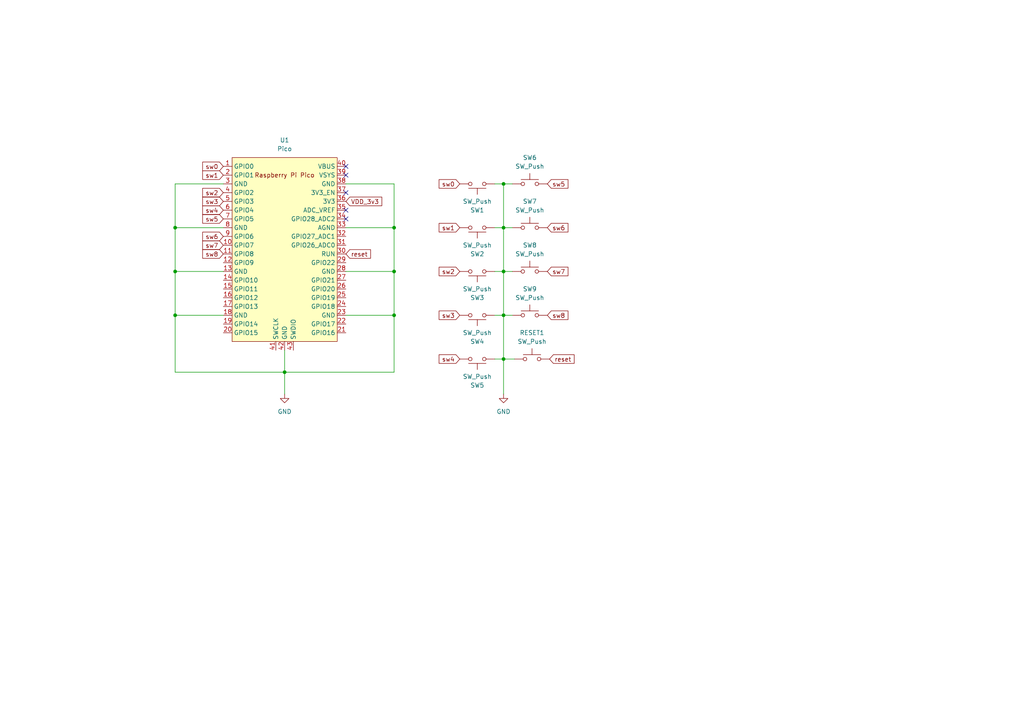
<source format=kicad_sch>
(kicad_sch (version 20211123) (generator eeschema)

  (uuid ba10215c-c439-4c7b-98d8-5d75b2ddd710)

  (paper "A4")

  (title_block
    (title "KneadPad9")
    (rev "1")
  )

  (lib_symbols
    (symbol "MCU_RaspberryPi_and_Boards:Pico" (in_bom yes) (on_board yes)
      (property "Reference" "U" (id 0) (at -13.97 27.94 0)
        (effects (font (size 1.27 1.27)))
      )
      (property "Value" "Pico" (id 1) (at 0 19.05 0)
        (effects (font (size 1.27 1.27)))
      )
      (property "Footprint" "RPi_Pico:RPi_Pico_SMD_TH" (id 2) (at 0 0 90)
        (effects (font (size 1.27 1.27)) hide)
      )
      (property "Datasheet" "" (id 3) (at 0 0 0)
        (effects (font (size 1.27 1.27)) hide)
      )
      (symbol "Pico_0_0"
        (text "Raspberry Pi Pico" (at 0 21.59 0)
          (effects (font (size 1.27 1.27)))
        )
      )
      (symbol "Pico_0_1"
        (rectangle (start -15.24 26.67) (end 15.24 -26.67)
          (stroke (width 0) (type default) (color 0 0 0 0))
          (fill (type background))
        )
      )
      (symbol "Pico_1_1"
        (pin bidirectional line (at -17.78 24.13 0) (length 2.54)
          (name "GPIO0" (effects (font (size 1.27 1.27))))
          (number "1" (effects (font (size 1.27 1.27))))
        )
        (pin bidirectional line (at -17.78 1.27 0) (length 2.54)
          (name "GPIO7" (effects (font (size 1.27 1.27))))
          (number "10" (effects (font (size 1.27 1.27))))
        )
        (pin bidirectional line (at -17.78 -1.27 0) (length 2.54)
          (name "GPIO8" (effects (font (size 1.27 1.27))))
          (number "11" (effects (font (size 1.27 1.27))))
        )
        (pin bidirectional line (at -17.78 -3.81 0) (length 2.54)
          (name "GPIO9" (effects (font (size 1.27 1.27))))
          (number "12" (effects (font (size 1.27 1.27))))
        )
        (pin power_in line (at -17.78 -6.35 0) (length 2.54)
          (name "GND" (effects (font (size 1.27 1.27))))
          (number "13" (effects (font (size 1.27 1.27))))
        )
        (pin bidirectional line (at -17.78 -8.89 0) (length 2.54)
          (name "GPIO10" (effects (font (size 1.27 1.27))))
          (number "14" (effects (font (size 1.27 1.27))))
        )
        (pin bidirectional line (at -17.78 -11.43 0) (length 2.54)
          (name "GPIO11" (effects (font (size 1.27 1.27))))
          (number "15" (effects (font (size 1.27 1.27))))
        )
        (pin bidirectional line (at -17.78 -13.97 0) (length 2.54)
          (name "GPIO12" (effects (font (size 1.27 1.27))))
          (number "16" (effects (font (size 1.27 1.27))))
        )
        (pin bidirectional line (at -17.78 -16.51 0) (length 2.54)
          (name "GPIO13" (effects (font (size 1.27 1.27))))
          (number "17" (effects (font (size 1.27 1.27))))
        )
        (pin power_in line (at -17.78 -19.05 0) (length 2.54)
          (name "GND" (effects (font (size 1.27 1.27))))
          (number "18" (effects (font (size 1.27 1.27))))
        )
        (pin bidirectional line (at -17.78 -21.59 0) (length 2.54)
          (name "GPIO14" (effects (font (size 1.27 1.27))))
          (number "19" (effects (font (size 1.27 1.27))))
        )
        (pin bidirectional line (at -17.78 21.59 0) (length 2.54)
          (name "GPIO1" (effects (font (size 1.27 1.27))))
          (number "2" (effects (font (size 1.27 1.27))))
        )
        (pin bidirectional line (at -17.78 -24.13 0) (length 2.54)
          (name "GPIO15" (effects (font (size 1.27 1.27))))
          (number "20" (effects (font (size 1.27 1.27))))
        )
        (pin bidirectional line (at 17.78 -24.13 180) (length 2.54)
          (name "GPIO16" (effects (font (size 1.27 1.27))))
          (number "21" (effects (font (size 1.27 1.27))))
        )
        (pin bidirectional line (at 17.78 -21.59 180) (length 2.54)
          (name "GPIO17" (effects (font (size 1.27 1.27))))
          (number "22" (effects (font (size 1.27 1.27))))
        )
        (pin power_in line (at 17.78 -19.05 180) (length 2.54)
          (name "GND" (effects (font (size 1.27 1.27))))
          (number "23" (effects (font (size 1.27 1.27))))
        )
        (pin bidirectional line (at 17.78 -16.51 180) (length 2.54)
          (name "GPIO18" (effects (font (size 1.27 1.27))))
          (number "24" (effects (font (size 1.27 1.27))))
        )
        (pin bidirectional line (at 17.78 -13.97 180) (length 2.54)
          (name "GPIO19" (effects (font (size 1.27 1.27))))
          (number "25" (effects (font (size 1.27 1.27))))
        )
        (pin bidirectional line (at 17.78 -11.43 180) (length 2.54)
          (name "GPIO20" (effects (font (size 1.27 1.27))))
          (number "26" (effects (font (size 1.27 1.27))))
        )
        (pin bidirectional line (at 17.78 -8.89 180) (length 2.54)
          (name "GPIO21" (effects (font (size 1.27 1.27))))
          (number "27" (effects (font (size 1.27 1.27))))
        )
        (pin power_in line (at 17.78 -6.35 180) (length 2.54)
          (name "GND" (effects (font (size 1.27 1.27))))
          (number "28" (effects (font (size 1.27 1.27))))
        )
        (pin bidirectional line (at 17.78 -3.81 180) (length 2.54)
          (name "GPIO22" (effects (font (size 1.27 1.27))))
          (number "29" (effects (font (size 1.27 1.27))))
        )
        (pin power_in line (at -17.78 19.05 0) (length 2.54)
          (name "GND" (effects (font (size 1.27 1.27))))
          (number "3" (effects (font (size 1.27 1.27))))
        )
        (pin input line (at 17.78 -1.27 180) (length 2.54)
          (name "RUN" (effects (font (size 1.27 1.27))))
          (number "30" (effects (font (size 1.27 1.27))))
        )
        (pin bidirectional line (at 17.78 1.27 180) (length 2.54)
          (name "GPIO26_ADC0" (effects (font (size 1.27 1.27))))
          (number "31" (effects (font (size 1.27 1.27))))
        )
        (pin bidirectional line (at 17.78 3.81 180) (length 2.54)
          (name "GPIO27_ADC1" (effects (font (size 1.27 1.27))))
          (number "32" (effects (font (size 1.27 1.27))))
        )
        (pin power_in line (at 17.78 6.35 180) (length 2.54)
          (name "AGND" (effects (font (size 1.27 1.27))))
          (number "33" (effects (font (size 1.27 1.27))))
        )
        (pin bidirectional line (at 17.78 8.89 180) (length 2.54)
          (name "GPIO28_ADC2" (effects (font (size 1.27 1.27))))
          (number "34" (effects (font (size 1.27 1.27))))
        )
        (pin power_in line (at 17.78 11.43 180) (length 2.54)
          (name "ADC_VREF" (effects (font (size 1.27 1.27))))
          (number "35" (effects (font (size 1.27 1.27))))
        )
        (pin power_in line (at 17.78 13.97 180) (length 2.54)
          (name "3V3" (effects (font (size 1.27 1.27))))
          (number "36" (effects (font (size 1.27 1.27))))
        )
        (pin input line (at 17.78 16.51 180) (length 2.54)
          (name "3V3_EN" (effects (font (size 1.27 1.27))))
          (number "37" (effects (font (size 1.27 1.27))))
        )
        (pin bidirectional line (at 17.78 19.05 180) (length 2.54)
          (name "GND" (effects (font (size 1.27 1.27))))
          (number "38" (effects (font (size 1.27 1.27))))
        )
        (pin power_in line (at 17.78 21.59 180) (length 2.54)
          (name "VSYS" (effects (font (size 1.27 1.27))))
          (number "39" (effects (font (size 1.27 1.27))))
        )
        (pin bidirectional line (at -17.78 16.51 0) (length 2.54)
          (name "GPIO2" (effects (font (size 1.27 1.27))))
          (number "4" (effects (font (size 1.27 1.27))))
        )
        (pin power_in line (at 17.78 24.13 180) (length 2.54)
          (name "VBUS" (effects (font (size 1.27 1.27))))
          (number "40" (effects (font (size 1.27 1.27))))
        )
        (pin input line (at -2.54 -29.21 90) (length 2.54)
          (name "SWCLK" (effects (font (size 1.27 1.27))))
          (number "41" (effects (font (size 1.27 1.27))))
        )
        (pin power_in line (at 0 -29.21 90) (length 2.54)
          (name "GND" (effects (font (size 1.27 1.27))))
          (number "42" (effects (font (size 1.27 1.27))))
        )
        (pin bidirectional line (at 2.54 -29.21 90) (length 2.54)
          (name "SWDIO" (effects (font (size 1.27 1.27))))
          (number "43" (effects (font (size 1.27 1.27))))
        )
        (pin bidirectional line (at -17.78 13.97 0) (length 2.54)
          (name "GPIO3" (effects (font (size 1.27 1.27))))
          (number "5" (effects (font (size 1.27 1.27))))
        )
        (pin bidirectional line (at -17.78 11.43 0) (length 2.54)
          (name "GPIO4" (effects (font (size 1.27 1.27))))
          (number "6" (effects (font (size 1.27 1.27))))
        )
        (pin bidirectional line (at -17.78 8.89 0) (length 2.54)
          (name "GPIO5" (effects (font (size 1.27 1.27))))
          (number "7" (effects (font (size 1.27 1.27))))
        )
        (pin power_in line (at -17.78 6.35 0) (length 2.54)
          (name "GND" (effects (font (size 1.27 1.27))))
          (number "8" (effects (font (size 1.27 1.27))))
        )
        (pin bidirectional line (at -17.78 3.81 0) (length 2.54)
          (name "GPIO6" (effects (font (size 1.27 1.27))))
          (number "9" (effects (font (size 1.27 1.27))))
        )
      )
    )
    (symbol "Switch:SW_Push" (pin_numbers hide) (pin_names (offset 1.016) hide) (in_bom yes) (on_board yes)
      (property "Reference" "SW" (id 0) (at 1.27 2.54 0)
        (effects (font (size 1.27 1.27)) (justify left))
      )
      (property "Value" "SW_Push" (id 1) (at 0 -1.524 0)
        (effects (font (size 1.27 1.27)))
      )
      (property "Footprint" "" (id 2) (at 0 5.08 0)
        (effects (font (size 1.27 1.27)) hide)
      )
      (property "Datasheet" "~" (id 3) (at 0 5.08 0)
        (effects (font (size 1.27 1.27)) hide)
      )
      (property "ki_keywords" "switch normally-open pushbutton push-button" (id 4) (at 0 0 0)
        (effects (font (size 1.27 1.27)) hide)
      )
      (property "ki_description" "Push button switch, generic, two pins" (id 5) (at 0 0 0)
        (effects (font (size 1.27 1.27)) hide)
      )
      (symbol "SW_Push_0_1"
        (circle (center -2.032 0) (radius 0.508)
          (stroke (width 0) (type default) (color 0 0 0 0))
          (fill (type none))
        )
        (polyline
          (pts
            (xy 0 1.27)
            (xy 0 3.048)
          )
          (stroke (width 0) (type default) (color 0 0 0 0))
          (fill (type none))
        )
        (polyline
          (pts
            (xy 2.54 1.27)
            (xy -2.54 1.27)
          )
          (stroke (width 0) (type default) (color 0 0 0 0))
          (fill (type none))
        )
        (circle (center 2.032 0) (radius 0.508)
          (stroke (width 0) (type default) (color 0 0 0 0))
          (fill (type none))
        )
        (pin passive line (at -5.08 0 0) (length 2.54)
          (name "1" (effects (font (size 1.27 1.27))))
          (number "1" (effects (font (size 1.27 1.27))))
        )
        (pin passive line (at 5.08 0 180) (length 2.54)
          (name "2" (effects (font (size 1.27 1.27))))
          (number "2" (effects (font (size 1.27 1.27))))
        )
      )
    )
    (symbol "power:GND" (power) (pin_names (offset 0)) (in_bom yes) (on_board yes)
      (property "Reference" "#PWR" (id 0) (at 0 -6.35 0)
        (effects (font (size 1.27 1.27)) hide)
      )
      (property "Value" "GND" (id 1) (at 0 -3.81 0)
        (effects (font (size 1.27 1.27)))
      )
      (property "Footprint" "" (id 2) (at 0 0 0)
        (effects (font (size 1.27 1.27)) hide)
      )
      (property "Datasheet" "" (id 3) (at 0 0 0)
        (effects (font (size 1.27 1.27)) hide)
      )
      (property "ki_keywords" "global power" (id 4) (at 0 0 0)
        (effects (font (size 1.27 1.27)) hide)
      )
      (property "ki_description" "Power symbol creates a global label with name \"GND\" , ground" (id 5) (at 0 0 0)
        (effects (font (size 1.27 1.27)) hide)
      )
      (symbol "GND_0_1"
        (polyline
          (pts
            (xy 0 0)
            (xy 0 -1.27)
            (xy 1.27 -1.27)
            (xy 0 -2.54)
            (xy -1.27 -1.27)
            (xy 0 -1.27)
          )
          (stroke (width 0) (type default) (color 0 0 0 0))
          (fill (type none))
        )
      )
      (symbol "GND_1_1"
        (pin power_in line (at 0 0 270) (length 0) hide
          (name "GND" (effects (font (size 1.27 1.27))))
          (number "1" (effects (font (size 1.27 1.27))))
        )
      )
    )
  )

  (junction (at 146.05 66.04) (diameter 0) (color 0 0 0 0)
    (uuid 0016806a-d748-45a1-b487-e07a78da4ff4)
  )
  (junction (at 114.3 78.74) (diameter 0) (color 0 0 0 0)
    (uuid 46e55a54-501c-4873-8ba9-33d4a8e6808a)
  )
  (junction (at 50.8 78.74) (diameter 0) (color 0 0 0 0)
    (uuid 53f1b9f0-938b-4e3c-a000-e5ece7072101)
  )
  (junction (at 146.05 104.14) (diameter 0) (color 0 0 0 0)
    (uuid 684c6ac0-b50c-40f7-ae9f-a997b521f0eb)
  )
  (junction (at 114.3 66.04) (diameter 0) (color 0 0 0 0)
    (uuid 6c2cb4d0-c951-4166-923d-39ebe850c55e)
  )
  (junction (at 114.3 91.44) (diameter 0) (color 0 0 0 0)
    (uuid 825a35ec-0f26-475b-819c-1e5044340c2e)
  )
  (junction (at 146.05 91.44) (diameter 0) (color 0 0 0 0)
    (uuid a5f9bf73-5aef-4cd4-b229-26e8276fd108)
  )
  (junction (at 146.05 78.74) (diameter 0) (color 0 0 0 0)
    (uuid a7dc9438-2f12-430e-abf6-5a56d0e43dec)
  )
  (junction (at 50.8 91.44) (diameter 0) (color 0 0 0 0)
    (uuid ba85a2aa-dc99-4974-a567-3eb94304090b)
  )
  (junction (at 50.8 66.04) (diameter 0) (color 0 0 0 0)
    (uuid dac56bb8-bc66-44f5-af7d-bd17e9af7123)
  )
  (junction (at 82.55 107.95) (diameter 0) (color 0 0 0 0)
    (uuid ec4a07ca-3617-4af1-8c80-e222470b182f)
  )
  (junction (at 146.05 53.34) (diameter 0) (color 0 0 0 0)
    (uuid fad7b3df-d6a6-4749-87e0-60e7a4eebfda)
  )

  (no_connect (at 100.33 50.8) (uuid 49a43ff9-521c-4f0b-b9bb-98e7e448f1cd))
  (no_connect (at 100.33 60.96) (uuid 5be124e6-fdac-40bb-a550-8da96a407461))
  (no_connect (at 100.33 55.88) (uuid 682f72e7-ebfa-4a9c-b0cd-3150e41f4f9e))
  (no_connect (at 100.33 48.26) (uuid 9773f781-ac0d-4bb5-83ef-570647c93078))
  (no_connect (at 100.33 63.5) (uuid be5962ad-bcd7-4a82-8c73-df489383fd1d))

  (wire (pts (xy 114.3 53.34) (xy 114.3 66.04))
    (stroke (width 0) (type default) (color 0 0 0 0))
    (uuid 04d0af45-e1ae-48ba-bcd7-dd38a792312c)
  )
  (wire (pts (xy 146.05 78.74) (xy 146.05 91.44))
    (stroke (width 0) (type default) (color 0 0 0 0))
    (uuid 0581a6a9-b36a-404f-a6a4-a859ec935d25)
  )
  (wire (pts (xy 143.51 78.74) (xy 146.05 78.74))
    (stroke (width 0) (type default) (color 0 0 0 0))
    (uuid 0b761238-eaf3-480d-b4c2-6ab18bf4843f)
  )
  (wire (pts (xy 100.33 78.74) (xy 114.3 78.74))
    (stroke (width 0) (type default) (color 0 0 0 0))
    (uuid 0f2d6510-425a-4fb2-851d-dd6e05e3090e)
  )
  (wire (pts (xy 50.8 91.44) (xy 50.8 107.95))
    (stroke (width 0) (type default) (color 0 0 0 0))
    (uuid 175114a2-f7d3-4186-952e-230a3bf2b3fc)
  )
  (wire (pts (xy 50.8 66.04) (xy 64.77 66.04))
    (stroke (width 0) (type default) (color 0 0 0 0))
    (uuid 1bd03d37-4d56-453b-94f8-cbe3ceb49675)
  )
  (wire (pts (xy 82.55 107.95) (xy 82.55 114.3))
    (stroke (width 0) (type default) (color 0 0 0 0))
    (uuid 294f9e24-3993-4450-86c9-4eed4fa03dd5)
  )
  (wire (pts (xy 50.8 78.74) (xy 50.8 91.44))
    (stroke (width 0) (type default) (color 0 0 0 0))
    (uuid 31916e92-73d3-4c0a-bb13-03adb8517e95)
  )
  (wire (pts (xy 143.51 104.14) (xy 146.05 104.14))
    (stroke (width 0) (type default) (color 0 0 0 0))
    (uuid 3f61e9a9-f888-4510-bbc4-aebde4823c1a)
  )
  (wire (pts (xy 146.05 104.14) (xy 149.225 104.14))
    (stroke (width 0) (type default) (color 0 0 0 0))
    (uuid 4b2539e8-2add-437a-bbd5-2d1ac9cb837e)
  )
  (wire (pts (xy 146.05 104.14) (xy 146.05 114.3))
    (stroke (width 0) (type default) (color 0 0 0 0))
    (uuid 4eadb95b-3109-42f5-bba9-b334d286043c)
  )
  (wire (pts (xy 64.77 53.34) (xy 50.8 53.34))
    (stroke (width 0) (type default) (color 0 0 0 0))
    (uuid 53be8abc-93bd-4724-a804-f7f0f650593c)
  )
  (wire (pts (xy 143.51 66.04) (xy 146.05 66.04))
    (stroke (width 0) (type default) (color 0 0 0 0))
    (uuid 565600f1-3abc-4d8a-a95c-6c3fd176b475)
  )
  (wire (pts (xy 146.05 91.44) (xy 148.59 91.44))
    (stroke (width 0) (type default) (color 0 0 0 0))
    (uuid 5f2c0266-dcc1-47c3-ac02-12aaeeb0e961)
  )
  (wire (pts (xy 114.3 78.74) (xy 114.3 91.44))
    (stroke (width 0) (type default) (color 0 0 0 0))
    (uuid 6a8a37d6-b3d2-49ab-ab62-654afe3f506e)
  )
  (wire (pts (xy 50.8 78.74) (xy 64.77 78.74))
    (stroke (width 0) (type default) (color 0 0 0 0))
    (uuid 6af49228-5e9e-4855-8da7-541882fc5bbb)
  )
  (wire (pts (xy 50.8 107.95) (xy 82.55 107.95))
    (stroke (width 0) (type default) (color 0 0 0 0))
    (uuid 77210540-eb13-4bcf-8f30-c051603acdff)
  )
  (wire (pts (xy 82.55 101.6) (xy 82.55 107.95))
    (stroke (width 0) (type default) (color 0 0 0 0))
    (uuid 7af1c0c1-ca4f-4c66-83ef-de71c119a6a3)
  )
  (wire (pts (xy 114.3 66.04) (xy 114.3 78.74))
    (stroke (width 0) (type default) (color 0 0 0 0))
    (uuid 7f49f6a8-d655-4439-9a8d-9700bd2b3d34)
  )
  (wire (pts (xy 114.3 91.44) (xy 114.3 107.95))
    (stroke (width 0) (type default) (color 0 0 0 0))
    (uuid 837b830f-da2f-47cf-b168-a0e77a3fb608)
  )
  (wire (pts (xy 100.33 66.04) (xy 114.3 66.04))
    (stroke (width 0) (type default) (color 0 0 0 0))
    (uuid 8a922f98-a1e6-44bd-b635-b550debcceb0)
  )
  (wire (pts (xy 146.05 66.04) (xy 148.59 66.04))
    (stroke (width 0) (type default) (color 0 0 0 0))
    (uuid 91259977-12b1-4bd5-b367-888c72cb02fb)
  )
  (wire (pts (xy 50.8 91.44) (xy 64.77 91.44))
    (stroke (width 0) (type default) (color 0 0 0 0))
    (uuid a50386d4-2a54-495e-afdb-b186e91b5085)
  )
  (wire (pts (xy 143.51 53.34) (xy 146.05 53.34))
    (stroke (width 0) (type default) (color 0 0 0 0))
    (uuid b41871f4-781f-4edf-9535-de60917d569f)
  )
  (wire (pts (xy 50.8 66.04) (xy 50.8 78.74))
    (stroke (width 0) (type default) (color 0 0 0 0))
    (uuid b55c56bb-af67-4c55-ad7d-41d2f1d290ad)
  )
  (wire (pts (xy 114.3 107.95) (xy 82.55 107.95))
    (stroke (width 0) (type default) (color 0 0 0 0))
    (uuid bbf04d62-b2ca-4388-8984-5ec4ce73b38c)
  )
  (wire (pts (xy 100.33 53.34) (xy 114.3 53.34))
    (stroke (width 0) (type default) (color 0 0 0 0))
    (uuid bf270caa-bd35-4cfa-816a-a3a8cc71b6bf)
  )
  (wire (pts (xy 146.05 53.34) (xy 146.05 66.04))
    (stroke (width 0) (type default) (color 0 0 0 0))
    (uuid c04317db-9049-4b58-8f6c-cc5b17fcbd6a)
  )
  (wire (pts (xy 146.05 91.44) (xy 146.05 104.14))
    (stroke (width 0) (type default) (color 0 0 0 0))
    (uuid c06779d6-eaec-4ef6-8323-e8f0667a98da)
  )
  (wire (pts (xy 143.51 91.44) (xy 146.05 91.44))
    (stroke (width 0) (type default) (color 0 0 0 0))
    (uuid dbc38a1f-1fbd-4a69-aa8a-d360b625e901)
  )
  (wire (pts (xy 146.05 66.04) (xy 146.05 78.74))
    (stroke (width 0) (type default) (color 0 0 0 0))
    (uuid ded9e696-6e26-44bc-b86e-d6aaebfeac91)
  )
  (wire (pts (xy 100.33 91.44) (xy 114.3 91.44))
    (stroke (width 0) (type default) (color 0 0 0 0))
    (uuid e7fdccb9-7934-48ea-bc41-258dcbf46050)
  )
  (wire (pts (xy 50.8 53.34) (xy 50.8 66.04))
    (stroke (width 0) (type default) (color 0 0 0 0))
    (uuid efcb7018-f22e-49bd-9173-e9a048784098)
  )
  (wire (pts (xy 146.05 78.74) (xy 148.59 78.74))
    (stroke (width 0) (type default) (color 0 0 0 0))
    (uuid f4b2a658-3e02-445b-b992-b84e75002307)
  )
  (wire (pts (xy 146.05 53.34) (xy 148.59 53.34))
    (stroke (width 0) (type default) (color 0 0 0 0))
    (uuid f9b652c9-26d6-49a0-a651-a3dd8a674668)
  )

  (global_label "sw6" (shape input) (at 64.77 68.58 180) (fields_autoplaced)
    (effects (font (size 1.27 1.27)) (justify right))
    (uuid 04d02b5c-dd69-4ff6-9c70-574f90502dfe)
    (property "Intersheet References" "${INTERSHEET_REFS}" (id 0) (at 58.7888 68.5006 0)
      (effects (font (size 1.27 1.27)) (justify right) hide)
    )
  )
  (global_label "sw2" (shape input) (at 133.35 78.74 180) (fields_autoplaced)
    (effects (font (size 1.27 1.27)) (justify right))
    (uuid 0c75cb17-542b-41de-8f4b-2f9a8fd893f4)
    (property "Intersheet References" "${INTERSHEET_REFS}" (id 0) (at 127.3688 78.6606 0)
      (effects (font (size 1.27 1.27)) (justify right) hide)
    )
  )
  (global_label "sw5" (shape input) (at 158.75 53.34 0) (fields_autoplaced)
    (effects (font (size 1.27 1.27)) (justify left))
    (uuid 0f068edf-ba65-4fc7-a236-4e485db63bb2)
    (property "Intersheet References" "${INTERSHEET_REFS}" (id 0) (at 164.7312 53.4194 0)
      (effects (font (size 1.27 1.27)) (justify left) hide)
    )
  )
  (global_label "sw2" (shape input) (at 64.77 55.88 180) (fields_autoplaced)
    (effects (font (size 1.27 1.27)) (justify right))
    (uuid 101d8362-e51d-4c15-9512-63a6dc00695f)
    (property "Intersheet References" "${INTERSHEET_REFS}" (id 0) (at 58.7888 55.8006 0)
      (effects (font (size 1.27 1.27)) (justify right) hide)
    )
  )
  (global_label "sw7" (shape input) (at 64.77 71.12 180) (fields_autoplaced)
    (effects (font (size 1.27 1.27)) (justify right))
    (uuid 1a7539df-dedf-48c3-a56c-a439330706ff)
    (property "Intersheet References" "${INTERSHEET_REFS}" (id 0) (at 58.7888 71.0406 0)
      (effects (font (size 1.27 1.27)) (justify right) hide)
    )
  )
  (global_label "sw1" (shape input) (at 133.35 66.04 180) (fields_autoplaced)
    (effects (font (size 1.27 1.27)) (justify right))
    (uuid 1e4d9c1f-902f-4781-af6e-5c7016b39988)
    (property "Intersheet References" "${INTERSHEET_REFS}" (id 0) (at 127.3688 65.9606 0)
      (effects (font (size 1.27 1.27)) (justify right) hide)
    )
  )
  (global_label "VDD_3v3" (shape input) (at 100.33 58.42 0) (fields_autoplaced)
    (effects (font (size 1.27 1.27)) (justify left))
    (uuid 3616bc79-1e88-47ad-b739-deaf0afa1ff6)
    (property "Intersheet References" "${INTERSHEET_REFS}" (id 0) (at 110.726 58.3406 0)
      (effects (font (size 1.27 1.27)) (justify left) hide)
    )
  )
  (global_label "sw4" (shape input) (at 64.77 60.96 180) (fields_autoplaced)
    (effects (font (size 1.27 1.27)) (justify right))
    (uuid 397d5754-348f-40aa-ae98-806df7b7d9de)
    (property "Intersheet References" "${INTERSHEET_REFS}" (id 0) (at 58.7888 60.8806 0)
      (effects (font (size 1.27 1.27)) (justify right) hide)
    )
  )
  (global_label "reset" (shape input) (at 100.33 73.66 0) (fields_autoplaced)
    (effects (font (size 1.27 1.27)) (justify left))
    (uuid 3c49173b-4bc0-42f5-acc3-99cac53f7753)
    (property "Intersheet References" "${INTERSHEET_REFS}" (id 0) (at 107.4602 73.5806 0)
      (effects (font (size 1.27 1.27)) (justify left) hide)
    )
  )
  (global_label "sw5" (shape input) (at 64.77 63.5 180) (fields_autoplaced)
    (effects (font (size 1.27 1.27)) (justify right))
    (uuid 3cbce7d6-5170-4c80-b439-97df9e6ce56b)
    (property "Intersheet References" "${INTERSHEET_REFS}" (id 0) (at 58.7888 63.4206 0)
      (effects (font (size 1.27 1.27)) (justify right) hide)
    )
  )
  (global_label "sw3" (shape input) (at 64.77 58.42 180) (fields_autoplaced)
    (effects (font (size 1.27 1.27)) (justify right))
    (uuid 4fa2994f-405d-4b05-b148-d8796b5d7201)
    (property "Intersheet References" "${INTERSHEET_REFS}" (id 0) (at 58.7888 58.3406 0)
      (effects (font (size 1.27 1.27)) (justify right) hide)
    )
  )
  (global_label "sw0" (shape input) (at 64.77 48.26 180) (fields_autoplaced)
    (effects (font (size 1.27 1.27)) (justify right))
    (uuid 606accfc-f0a6-4642-8234-da24aa8efac6)
    (property "Intersheet References" "${INTERSHEET_REFS}" (id 0) (at 58.7888 48.1806 0)
      (effects (font (size 1.27 1.27)) (justify right) hide)
    )
  )
  (global_label "sw0" (shape input) (at 133.35 53.34 180) (fields_autoplaced)
    (effects (font (size 1.27 1.27)) (justify right))
    (uuid 634e2f11-76cc-43e1-9ab3-03094c8bb45e)
    (property "Intersheet References" "${INTERSHEET_REFS}" (id 0) (at 127.3688 53.2606 0)
      (effects (font (size 1.27 1.27)) (justify right) hide)
    )
  )
  (global_label "sw8" (shape input) (at 158.75 91.44 0) (fields_autoplaced)
    (effects (font (size 1.27 1.27)) (justify left))
    (uuid 6ac03868-a91e-4343-a17f-88ff1d1f635a)
    (property "Intersheet References" "${INTERSHEET_REFS}" (id 0) (at 164.7312 91.3606 0)
      (effects (font (size 1.27 1.27)) (justify left) hide)
    )
  )
  (global_label "sw3" (shape input) (at 133.35 91.44 180) (fields_autoplaced)
    (effects (font (size 1.27 1.27)) (justify right))
    (uuid bb2e4959-b5ab-4764-8162-5327fbd9e539)
    (property "Intersheet References" "${INTERSHEET_REFS}" (id 0) (at 127.3688 91.3606 0)
      (effects (font (size 1.27 1.27)) (justify right) hide)
    )
  )
  (global_label "sw1" (shape input) (at 64.77 50.8 180) (fields_autoplaced)
    (effects (font (size 1.27 1.27)) (justify right))
    (uuid e726aa8b-cd76-4151-bd66-a7b12eae27f9)
    (property "Intersheet References" "${INTERSHEET_REFS}" (id 0) (at 58.7888 50.7206 0)
      (effects (font (size 1.27 1.27)) (justify right) hide)
    )
  )
  (global_label "sw4" (shape input) (at 133.35 104.14 180) (fields_autoplaced)
    (effects (font (size 1.27 1.27)) (justify right))
    (uuid ec1bb803-469f-4921-a414-da86696694e2)
    (property "Intersheet References" "${INTERSHEET_REFS}" (id 0) (at 127.3688 104.0606 0)
      (effects (font (size 1.27 1.27)) (justify right) hide)
    )
  )
  (global_label "sw8" (shape input) (at 64.77 73.66 180) (fields_autoplaced)
    (effects (font (size 1.27 1.27)) (justify right))
    (uuid f29cfe63-e612-44bc-a73a-d7dd094ed230)
    (property "Intersheet References" "${INTERSHEET_REFS}" (id 0) (at 58.7888 73.7394 0)
      (effects (font (size 1.27 1.27)) (justify right) hide)
    )
  )
  (global_label "sw7" (shape input) (at 158.75 78.74 0) (fields_autoplaced)
    (effects (font (size 1.27 1.27)) (justify left))
    (uuid f762f25d-4244-4576-b82e-2c234eebcedd)
    (property "Intersheet References" "${INTERSHEET_REFS}" (id 0) (at 164.7312 78.6606 0)
      (effects (font (size 1.27 1.27)) (justify left) hide)
    )
  )
  (global_label "sw6" (shape input) (at 158.75 66.04 0) (fields_autoplaced)
    (effects (font (size 1.27 1.27)) (justify left))
    (uuid f81f32bb-58b6-481c-a1db-5e818d499275)
    (property "Intersheet References" "${INTERSHEET_REFS}" (id 0) (at 164.7312 65.9606 0)
      (effects (font (size 1.27 1.27)) (justify left) hide)
    )
  )
  (global_label "reset" (shape input) (at 159.385 104.14 0) (fields_autoplaced)
    (effects (font (size 1.27 1.27)) (justify left))
    (uuid fcaf5ce6-bb64-4fcc-ab73-7f6866af5661)
    (property "Intersheet References" "${INTERSHEET_REFS}" (id 0) (at 166.5152 104.0606 0)
      (effects (font (size 1.27 1.27)) (justify left) hide)
    )
  )

  (symbol (lib_id "Switch:SW_Push") (at 153.67 53.34 0) (unit 1)
    (in_bom yes) (on_board yes) (fields_autoplaced)
    (uuid 15fc5bc9-7bf6-442d-95a1-d8a62577e76b)
    (property "Reference" "SW6" (id 0) (at 153.67 45.72 0))
    (property "Value" "SW_Push" (id 1) (at 153.67 48.26 0))
    (property "Footprint" "MX_Hotswap:MX-Hotswap-1U" (id 2) (at 153.67 48.26 0)
      (effects (font (size 1.27 1.27)) hide)
    )
    (property "Datasheet" "~" (id 3) (at 153.67 48.26 0)
      (effects (font (size 1.27 1.27)) hide)
    )
    (pin "1" (uuid b9df90e4-29de-4a2e-94c5-99bc6e5c638b))
    (pin "2" (uuid b489c80a-328a-4f3c-ba87-4b5e3341e44f))
  )

  (symbol (lib_id "Switch:SW_Push") (at 153.67 66.04 0) (unit 1)
    (in_bom yes) (on_board yes) (fields_autoplaced)
    (uuid 31098065-9db1-4578-b7a3-5a4f1cdc391c)
    (property "Reference" "SW7" (id 0) (at 153.67 58.42 0))
    (property "Value" "SW_Push" (id 1) (at 153.67 60.96 0))
    (property "Footprint" "MX_Hotswap:MX-Hotswap-1U" (id 2) (at 153.67 60.96 0)
      (effects (font (size 1.27 1.27)) hide)
    )
    (property "Datasheet" "~" (id 3) (at 153.67 60.96 0)
      (effects (font (size 1.27 1.27)) hide)
    )
    (pin "1" (uuid fc6ac999-f9ab-4af6-92a2-0a3f86e0f6dc))
    (pin "2" (uuid 6804d6ec-9519-4281-84c5-89808c46a3c0))
  )

  (symbol (lib_id "Switch:SW_Push") (at 138.43 66.04 180) (unit 1)
    (in_bom yes) (on_board yes) (fields_autoplaced)
    (uuid 35944119-ba21-4aea-8fc2-10090bf4ffbc)
    (property "Reference" "SW2" (id 0) (at 138.43 73.66 0))
    (property "Value" "SW_Push" (id 1) (at 138.43 71.12 0))
    (property "Footprint" "MX_Hotswap:MX-Hotswap-1U" (id 2) (at 138.43 71.12 0)
      (effects (font (size 1.27 1.27)) hide)
    )
    (property "Datasheet" "~" (id 3) (at 138.43 71.12 0)
      (effects (font (size 1.27 1.27)) hide)
    )
    (pin "1" (uuid a0b46a89-70f8-4060-909b-2788838fd275))
    (pin "2" (uuid 71676da9-6b51-428f-a9e2-49876ac41582))
  )

  (symbol (lib_id "Switch:SW_Push") (at 138.43 91.44 180) (unit 1)
    (in_bom yes) (on_board yes) (fields_autoplaced)
    (uuid 830235bd-bfd3-4689-b46e-a94cee4066ee)
    (property "Reference" "SW4" (id 0) (at 138.43 99.06 0))
    (property "Value" "SW_Push" (id 1) (at 138.43 96.52 0))
    (property "Footprint" "MX_Hotswap:MX-Hotswap-1U" (id 2) (at 138.43 96.52 0)
      (effects (font (size 1.27 1.27)) hide)
    )
    (property "Datasheet" "~" (id 3) (at 138.43 96.52 0)
      (effects (font (size 1.27 1.27)) hide)
    )
    (pin "1" (uuid 0362b3ab-a2bd-4419-a8e2-9fb30c9a5600))
    (pin "2" (uuid e014b918-5643-49f8-84ab-021067aa0751))
  )

  (symbol (lib_id "Switch:SW_Push") (at 153.67 78.74 0) (unit 1)
    (in_bom yes) (on_board yes) (fields_autoplaced)
    (uuid ab0512e1-4c7b-4ce7-a44e-5c66667242d9)
    (property "Reference" "SW8" (id 0) (at 153.67 71.12 0))
    (property "Value" "SW_Push" (id 1) (at 153.67 73.66 0))
    (property "Footprint" "MX_Hotswap:MX-Hotswap-1U" (id 2) (at 153.67 73.66 0)
      (effects (font (size 1.27 1.27)) hide)
    )
    (property "Datasheet" "~" (id 3) (at 153.67 73.66 0)
      (effects (font (size 1.27 1.27)) hide)
    )
    (pin "1" (uuid 1005be4a-851b-4d29-a668-c1557b1c3dec))
    (pin "2" (uuid b5872cc9-1edc-4691-9113-492aba9902b4))
  )

  (symbol (lib_id "MCU_RaspberryPi_and_Boards:Pico") (at 82.55 72.39 0) (unit 1)
    (in_bom yes) (on_board yes) (fields_autoplaced)
    (uuid c990c3bb-baee-41f4-b8a6-4ab12f343b22)
    (property "Reference" "U1" (id 0) (at 82.55 40.64 0))
    (property "Value" "Pico" (id 1) (at 82.55 43.18 0))
    (property "Footprint" "MCU_RaspberryPi_and_Boards:RPi_Pico_SMD_TH" (id 2) (at 82.55 72.39 90)
      (effects (font (size 1.27 1.27)) hide)
    )
    (property "Datasheet" "" (id 3) (at 82.55 72.39 0)
      (effects (font (size 1.27 1.27)) hide)
    )
    (pin "1" (uuid 602e0b04-7ff4-4257-817f-aba20c8bdca7))
    (pin "10" (uuid a20633ee-8a6b-4e92-b4a4-04a470e7a2e6))
    (pin "11" (uuid 9e294b5c-48b0-4437-87f6-a8366110cc36))
    (pin "12" (uuid 777f010b-b785-4b7a-a44f-1e77b40f8841))
    (pin "13" (uuid 88a67694-c19a-4ba5-ba5c-1b553eaf306f))
    (pin "14" (uuid 009f2407-955b-4c8f-b9be-8061c85a01ec))
    (pin "15" (uuid 34c25395-8a66-42e9-93a5-6de465c7a85f))
    (pin "16" (uuid c23788a4-02b0-41c3-b41a-b0302807913b))
    (pin "17" (uuid d186a59a-6dac-4b19-9ed1-55983319ce54))
    (pin "18" (uuid aa9be461-c60e-4fef-b2ee-dbf1760ad84d))
    (pin "19" (uuid 13e022f4-1936-4332-bb49-08425f78b34c))
    (pin "2" (uuid f1a11e19-962e-434e-83dc-d9247cfc470f))
    (pin "20" (uuid ccf75d27-b687-4a6c-b2d7-f247b0dc4b64))
    (pin "21" (uuid fdbe16e2-774e-43ac-95f5-c9dd4b330360))
    (pin "22" (uuid 48bae85d-555e-4743-8741-abb716dab900))
    (pin "23" (uuid 6cd28d84-fb20-47e8-a8f4-224f929f702a))
    (pin "24" (uuid b83b25b3-05db-4f2d-8483-77f328680af6))
    (pin "25" (uuid c2673eaa-bf83-479d-9d38-8b76a1bd2be9))
    (pin "26" (uuid 806170cd-8186-4af0-b684-1bc7806fd4bc))
    (pin "27" (uuid 04f58ea2-3f1d-48a9-92a7-9310f4fd0baa))
    (pin "28" (uuid bc6c2ae1-29b4-46f2-922d-02a57f7a683b))
    (pin "29" (uuid 37012d71-6a25-4958-9927-fa6d45656bcf))
    (pin "3" (uuid dff7f0c0-e993-4dcf-8656-53ab0d9d76a7))
    (pin "30" (uuid 854125f6-f76c-4561-93cc-1c9b98ea782d))
    (pin "31" (uuid f33b8454-eb33-462a-951c-48dd63c5a947))
    (pin "32" (uuid 0c41a178-0ab2-477a-8dde-f3a27e081626))
    (pin "33" (uuid 3d8d7252-a17f-4170-a516-4ee444c556c1))
    (pin "34" (uuid 2485ce3b-9010-44eb-8fc6-080e24035979))
    (pin "35" (uuid 56665c61-f78c-4dab-a99a-856799b3ca16))
    (pin "36" (uuid 3612524c-37c5-47b7-a277-a9831b68dc23))
    (pin "37" (uuid d8357920-056c-4279-951c-4f2742daf9e6))
    (pin "38" (uuid 77d3f2d5-4915-45d8-95dd-275c41af5daa))
    (pin "39" (uuid c955714c-90c8-4142-b48e-3a1d53d6995a))
    (pin "4" (uuid 7e9d5c29-a1a3-4809-a9fe-69b9457eeb6b))
    (pin "40" (uuid 0eaacb33-22d3-4ddf-a7b1-0a6dee6cd954))
    (pin "41" (uuid c39478e0-b5a4-4c16-bf0a-e5b4e864d359))
    (pin "42" (uuid b593018d-fadb-4e06-b644-af0ce71cdb83))
    (pin "43" (uuid 6a4b7f9f-48ca-4a93-b8e2-87ea72c91a4f))
    (pin "5" (uuid 7c10abc8-6512-4ffb-bd61-1cfe9ddc1c48))
    (pin "6" (uuid 3134fabf-f325-49b1-b55f-aebc3ef317cc))
    (pin "7" (uuid e34dd7bf-19fe-4a0e-8db2-9cabbbc23e8b))
    (pin "8" (uuid 0d418a2e-e970-44ea-87a0-c1380ddef77c))
    (pin "9" (uuid 2ac8497b-d5cb-492f-95a9-5c22bdb03f90))
  )

  (symbol (lib_id "Switch:SW_Push") (at 138.43 53.34 180) (unit 1)
    (in_bom yes) (on_board yes) (fields_autoplaced)
    (uuid cd442359-988a-4166-959b-6368d821f4dd)
    (property "Reference" "SW1" (id 0) (at 138.43 60.96 0))
    (property "Value" "SW_Push" (id 1) (at 138.43 58.42 0))
    (property "Footprint" "MX_Hotswap:MX-Hotswap-1U" (id 2) (at 138.43 58.42 0)
      (effects (font (size 1.27 1.27)) hide)
    )
    (property "Datasheet" "~" (id 3) (at 138.43 58.42 0)
      (effects (font (size 1.27 1.27)) hide)
    )
    (pin "1" (uuid 91f880b5-478b-4c00-93aa-45f85ea825cb))
    (pin "2" (uuid 91020474-f8f0-453e-bdc6-b095e87c94e4))
  )

  (symbol (lib_id "Switch:SW_Push") (at 138.43 104.14 180) (unit 1)
    (in_bom yes) (on_board yes) (fields_autoplaced)
    (uuid e8765826-77ec-4bcd-9030-8a52f3dff1d1)
    (property "Reference" "SW5" (id 0) (at 138.43 111.76 0))
    (property "Value" "SW_Push" (id 1) (at 138.43 109.22 0))
    (property "Footprint" "MX_Hotswap:MX-Hotswap-1U" (id 2) (at 138.43 109.22 0)
      (effects (font (size 1.27 1.27)) hide)
    )
    (property "Datasheet" "~" (id 3) (at 138.43 109.22 0)
      (effects (font (size 1.27 1.27)) hide)
    )
    (pin "1" (uuid 4f06680f-bba7-4b0b-99a6-7ccbd0a2cd56))
    (pin "2" (uuid 9042e7b9-cc5a-42f4-80eb-f5bd2580f3ef))
  )

  (symbol (lib_id "Switch:SW_Push") (at 154.305 104.14 0) (unit 1)
    (in_bom yes) (on_board yes) (fields_autoplaced)
    (uuid ea771567-d006-4831-9ae1-21125fd348ca)
    (property "Reference" "RESET1" (id 0) (at 154.305 96.52 0))
    (property "Value" "SW_Push" (id 1) (at 154.305 99.06 0))
    (property "Footprint" "Button_Switch_SMD:SW_SPST_CK_RS282G05A3" (id 2) (at 154.305 99.06 0)
      (effects (font (size 1.27 1.27)) hide)
    )
    (property "Datasheet" "~" (id 3) (at 154.305 99.06 0)
      (effects (font (size 1.27 1.27)) hide)
    )
    (pin "1" (uuid 4d24fc54-8136-46a4-9b5c-c4038e01c438))
    (pin "2" (uuid 43ae10af-0877-4f84-8b86-79f99f419d88))
  )

  (symbol (lib_id "Switch:SW_Push") (at 153.67 91.44 0) (unit 1)
    (in_bom yes) (on_board yes) (fields_autoplaced)
    (uuid ef515edd-ce7f-4439-a4a0-ab64091c7c39)
    (property "Reference" "SW9" (id 0) (at 153.67 83.82 0))
    (property "Value" "SW_Push" (id 1) (at 153.67 86.36 0))
    (property "Footprint" "MX_Hotswap:MX-Hotswap-1U" (id 2) (at 153.67 86.36 0)
      (effects (font (size 1.27 1.27)) hide)
    )
    (property "Datasheet" "~" (id 3) (at 153.67 86.36 0)
      (effects (font (size 1.27 1.27)) hide)
    )
    (pin "1" (uuid de54de33-1e95-4193-8964-d329c09594e0))
    (pin "2" (uuid ed19875a-52ae-40d1-8080-7450642dc32f))
  )

  (symbol (lib_id "power:GND") (at 82.55 114.3 0) (unit 1)
    (in_bom yes) (on_board yes) (fields_autoplaced)
    (uuid f72dcabd-c5ba-49cd-9494-2d7672ab06f8)
    (property "Reference" "#PWR01" (id 0) (at 82.55 120.65 0)
      (effects (font (size 1.27 1.27)) hide)
    )
    (property "Value" "GND" (id 1) (at 82.55 119.38 0))
    (property "Footprint" "" (id 2) (at 82.55 114.3 0)
      (effects (font (size 1.27 1.27)) hide)
    )
    (property "Datasheet" "" (id 3) (at 82.55 114.3 0)
      (effects (font (size 1.27 1.27)) hide)
    )
    (pin "1" (uuid 6c805a7c-577d-42ea-8609-1e2766a85f47))
  )

  (symbol (lib_id "Switch:SW_Push") (at 138.43 78.74 180) (unit 1)
    (in_bom yes) (on_board yes) (fields_autoplaced)
    (uuid fcb63fd2-50c9-42b1-be40-2f0de9b54d73)
    (property "Reference" "SW3" (id 0) (at 138.43 86.36 0))
    (property "Value" "SW_Push" (id 1) (at 138.43 83.82 0))
    (property "Footprint" "MX_Hotswap:MX-Hotswap-1U" (id 2) (at 138.43 83.82 0)
      (effects (font (size 1.27 1.27)) hide)
    )
    (property "Datasheet" "~" (id 3) (at 138.43 83.82 0)
      (effects (font (size 1.27 1.27)) hide)
    )
    (pin "1" (uuid f5d53744-d683-430c-84da-217a456094dc))
    (pin "2" (uuid e3095e89-8294-4d43-8921-58427aec29fa))
  )

  (symbol (lib_id "power:GND") (at 146.05 114.3 0) (unit 1)
    (in_bom yes) (on_board yes) (fields_autoplaced)
    (uuid fdfcb531-882a-4131-8945-c96def89ff23)
    (property "Reference" "#PWR02" (id 0) (at 146.05 120.65 0)
      (effects (font (size 1.27 1.27)) hide)
    )
    (property "Value" "GND" (id 1) (at 146.05 119.38 0))
    (property "Footprint" "" (id 2) (at 146.05 114.3 0)
      (effects (font (size 1.27 1.27)) hide)
    )
    (property "Datasheet" "" (id 3) (at 146.05 114.3 0)
      (effects (font (size 1.27 1.27)) hide)
    )
    (pin "1" (uuid 2dc7616c-60a6-4c57-8d82-7dbbc3d949ea))
  )

  (sheet_instances
    (path "/" (page "1"))
  )

  (symbol_instances
    (path "/f72dcabd-c5ba-49cd-9494-2d7672ab06f8"
      (reference "#PWR01") (unit 1) (value "GND") (footprint "")
    )
    (path "/fdfcb531-882a-4131-8945-c96def89ff23"
      (reference "#PWR02") (unit 1) (value "GND") (footprint "")
    )
    (path "/ea771567-d006-4831-9ae1-21125fd348ca"
      (reference "RESET1") (unit 1) (value "SW_Push") (footprint "Button_Switch_SMD:SW_SPST_CK_RS282G05A3")
    )
    (path "/cd442359-988a-4166-959b-6368d821f4dd"
      (reference "SW1") (unit 1) (value "SW_Push") (footprint "MX_Hotswap:MX-Hotswap-1U")
    )
    (path "/35944119-ba21-4aea-8fc2-10090bf4ffbc"
      (reference "SW2") (unit 1) (value "SW_Push") (footprint "MX_Hotswap:MX-Hotswap-1U")
    )
    (path "/fcb63fd2-50c9-42b1-be40-2f0de9b54d73"
      (reference "SW3") (unit 1) (value "SW_Push") (footprint "MX_Hotswap:MX-Hotswap-1U")
    )
    (path "/830235bd-bfd3-4689-b46e-a94cee4066ee"
      (reference "SW4") (unit 1) (value "SW_Push") (footprint "MX_Hotswap:MX-Hotswap-1U")
    )
    (path "/e8765826-77ec-4bcd-9030-8a52f3dff1d1"
      (reference "SW5") (unit 1) (value "SW_Push") (footprint "MX_Hotswap:MX-Hotswap-1U")
    )
    (path "/15fc5bc9-7bf6-442d-95a1-d8a62577e76b"
      (reference "SW6") (unit 1) (value "SW_Push") (footprint "MX_Hotswap:MX-Hotswap-1U")
    )
    (path "/31098065-9db1-4578-b7a3-5a4f1cdc391c"
      (reference "SW7") (unit 1) (value "SW_Push") (footprint "MX_Hotswap:MX-Hotswap-1U")
    )
    (path "/ab0512e1-4c7b-4ce7-a44e-5c66667242d9"
      (reference "SW8") (unit 1) (value "SW_Push") (footprint "MX_Hotswap:MX-Hotswap-1U")
    )
    (path "/ef515edd-ce7f-4439-a4a0-ab64091c7c39"
      (reference "SW9") (unit 1) (value "SW_Push") (footprint "MX_Hotswap:MX-Hotswap-1U")
    )
    (path "/c990c3bb-baee-41f4-b8a6-4ab12f343b22"
      (reference "U1") (unit 1) (value "Pico") (footprint "MCU_RaspberryPi_and_Boards:RPi_Pico_SMD_TH")
    )
  )
)

</source>
